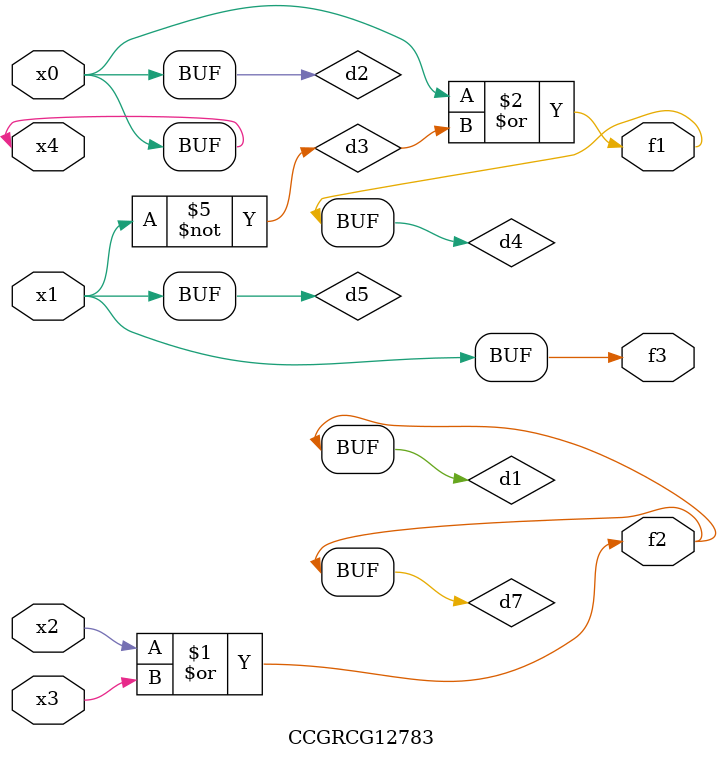
<source format=v>
module CCGRCG12783(
	input x0, x1, x2, x3, x4,
	output f1, f2, f3
);

	wire d1, d2, d3, d4, d5, d6, d7;

	or (d1, x2, x3);
	buf (d2, x0, x4);
	not (d3, x1);
	or (d4, d2, d3);
	not (d5, d3);
	nand (d6, d1, d3);
	or (d7, d1);
	assign f1 = d4;
	assign f2 = d7;
	assign f3 = d5;
endmodule

</source>
